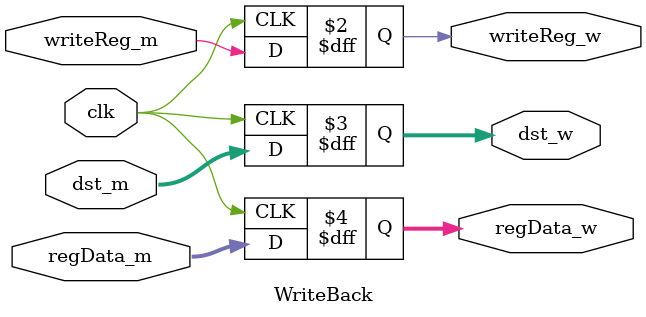
<source format=v>
`ifndef WRITEBACK_V
`define WRITEBACK_V 

module WriteBack(
    input clk,
    input       writeReg_m,
    input [3:0] dst_m,
    input [7:0] regData_m,
    
    output reg       writeReg_w,
    output reg [3:0] dst_w,
    output reg [7:0] regData_w
);
    always @(posedge clk) begin 
        dst_w     = dst_m;
        writeReg_w = writeReg_m;
        regData_w  = regData_m;
    end

endmodule
`endif
</source>
